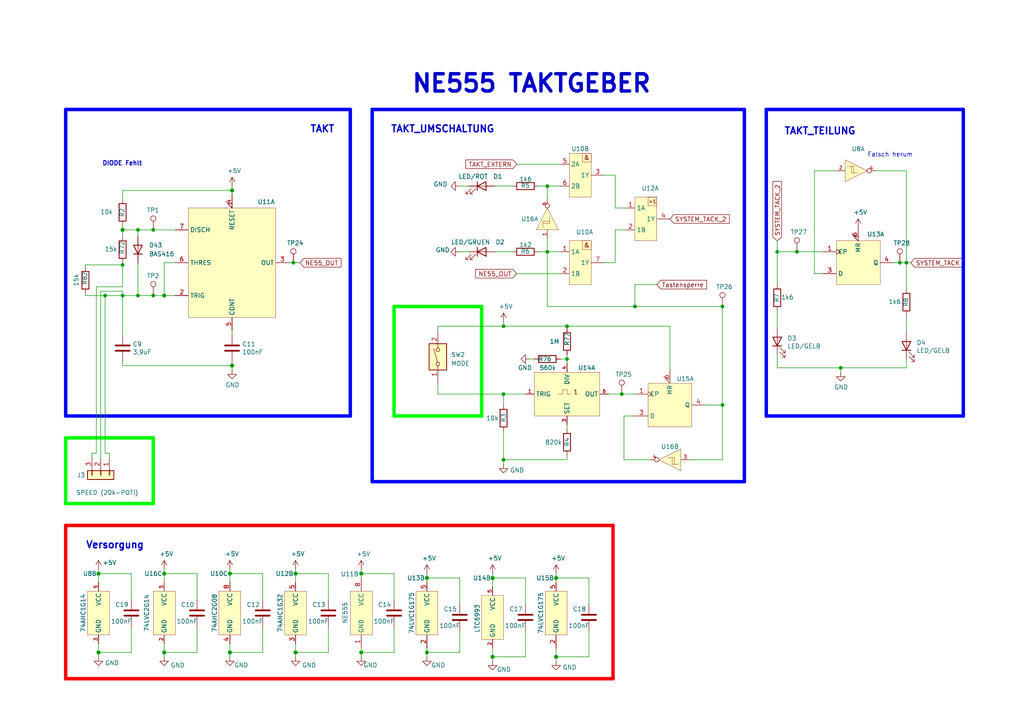
<source format=kicad_sch>
(kicad_sch (version 20210126) (generator eeschema)
  (paper "A4")
  (title_block (title "Kabeltester") (company "BMK Group") (comment 1 "Erstellt: Maximilian Hoffmann") (comment 2 "Geprüft: Robert Schulz"))
  (junction (at 28.575 166.37) (diameter 1.016))
  (junction (at 28.575 189.23) (diameter 1.016))
  (junction (at 30.48 85.725) (diameter 0.9144))
  (junction (at 35.56 66.675) (diameter 1.016))
  (junction (at 35.56 76.835) (diameter 0.9144))
  (junction (at 35.56 85.725) (diameter 0.9144))
  (junction (at 40.005 66.675) (diameter 0.9144))
  (junction (at 40.005 85.725) (diameter 0.9144))
  (junction (at 44.45 66.675) (diameter 0.9144))
  (junction (at 44.45 85.725) (diameter 0.9144))
  (junction (at 47.625 85.725) (diameter 1.016))
  (junction (at 47.625 166.37) (diameter 1.016))
  (junction (at 47.625 189.23) (diameter 1.016))
  (junction (at 66.675 166.37) (diameter 1.016))
  (junction (at 66.675 189.23) (diameter 1.016))
  (junction (at 67.31 55.245) (diameter 1.016))
  (junction (at 67.31 106.045) (diameter 1.016))
  (junction (at 85.09 76.2) (diameter 0.9144))
  (junction (at 85.725 166.37) (diameter 1.016))
  (junction (at 85.725 189.23) (diameter 1.016))
  (junction (at 104.775 166.37) (diameter 1.016))
  (junction (at 104.775 189.23) (diameter 1.016))
  (junction (at 123.825 167.64) (diameter 1.016))
  (junction (at 123.825 189.23) (diameter 0.9144))
  (junction (at 142.875 167.64) (diameter 1.016))
  (junction (at 142.875 190.5) (diameter 1.016))
  (junction (at 146.05 94.615) (diameter 0.9144))
  (junction (at 146.05 114.3) (diameter 0.9144))
  (junction (at 146.05 133.35) (diameter 0.9144))
  (junction (at 158.75 53.975) (diameter 0.9144))
  (junction (at 158.75 73.025) (diameter 0.9144))
  (junction (at 161.29 167.64) (diameter 1.016))
  (junction (at 161.29 190.5) (diameter 1.016))
  (junction (at 164.465 94.615) (diameter 0.9144))
  (junction (at 164.465 104.14) (diameter 0.9144))
  (junction (at 180.34 114.3) (diameter 0.9144))
  (junction (at 184.15 88.9) (diameter 0.9144))
  (junction (at 209.55 88.9) (diameter 0.9144))
  (junction (at 209.55 117.475) (diameter 0.9144))
  (junction (at 225.425 73.025) (diameter 0.9144))
  (junction (at 231.14 73.025) (diameter 0.9144))
  (junction (at 243.84 106.68) (diameter 0.9144))
  (junction (at 260.985 76.2) (diameter 0.9144))
  (junction (at 262.89 76.2) (diameter 0.9144))
  (wire (pts (xy 24.765 76.835) (xy 35.56 76.835)))
  (wire (pts (xy 24.765 77.47) (xy 24.765 76.835)))
  (wire (pts (xy 24.765 85.725) (xy 24.765 85.09)))
  (wire (pts (xy 24.765 85.725) (xy 30.48 85.725)))
  (wire (pts (xy 26.67 131.445) (xy 27.94 131.445)))
  (wire (pts (xy 26.67 132.715) (xy 26.67 131.445)))
  (wire (pts (xy 27.94 83.185) (xy 27.94 131.445)))
  (wire (pts (xy 27.94 83.185) (xy 35.56 83.185)))
  (wire (pts (xy 28.575 165.1) (xy 28.575 166.37)))
  (wire (pts (xy 28.575 166.37) (xy 28.575 168.91)))
  (wire (pts (xy 28.575 186.69) (xy 28.575 189.23)))
  (wire (pts (xy 28.575 189.23) (xy 28.575 190.5)))
  (wire (pts (xy 29.21 84.455) (xy 29.21 132.715)))
  (wire (pts (xy 29.21 84.455) (xy 35.56 84.455)))
  (wire (pts (xy 30.48 85.725) (xy 30.48 131.445)))
  (wire (pts (xy 30.48 85.725) (xy 35.56 85.725)))
  (wire (pts (xy 30.48 131.445) (xy 31.75 131.445)))
  (wire (pts (xy 31.75 131.445) (xy 31.75 132.715)))
  (wire (pts (xy 35.56 55.245) (xy 35.56 57.785)))
  (wire (pts (xy 35.56 55.245) (xy 67.31 55.245)))
  (wire (pts (xy 35.56 65.405) (xy 35.56 66.675)))
  (wire (pts (xy 35.56 66.675) (xy 35.56 68.58)))
  (wire (pts (xy 35.56 66.675) (xy 40.005 66.675)))
  (wire (pts (xy 35.56 76.2) (xy 35.56 76.835)))
  (wire (pts (xy 35.56 76.835) (xy 35.56 83.185)))
  (wire (pts (xy 35.56 84.455) (xy 35.56 85.725)))
  (wire (pts (xy 35.56 85.725) (xy 40.005 85.725)))
  (wire (pts (xy 35.56 97.155) (xy 35.56 85.725)))
  (wire (pts (xy 35.56 104.775) (xy 35.56 106.045)))
  (wire (pts (xy 35.56 106.045) (xy 67.31 106.045)))
  (wire (pts (xy 38.1 166.37) (xy 28.575 166.37)))
  (wire (pts (xy 38.1 173.99) (xy 38.1 166.37)))
  (wire (pts (xy 38.1 181.61) (xy 38.1 189.23)))
  (wire (pts (xy 38.1 189.23) (xy 28.575 189.23)))
  (wire (pts (xy 40.005 66.675) (xy 40.005 68.58)))
  (wire (pts (xy 40.005 66.675) (xy 44.45 66.675)))
  (wire (pts (xy 40.005 76.2) (xy 40.005 85.725)))
  (wire (pts (xy 40.005 85.725) (xy 44.45 85.725)))
  (wire (pts (xy 44.45 66.675) (xy 50.8 66.675)))
  (wire (pts (xy 44.45 85.725) (xy 47.625 85.725)))
  (wire (pts (xy 47.625 76.2) (xy 47.625 85.725)))
  (wire (pts (xy 47.625 85.725) (xy 50.8 85.725)))
  (wire (pts (xy 47.625 165.1) (xy 47.625 166.37)))
  (wire (pts (xy 47.625 166.37) (xy 47.625 168.91)))
  (wire (pts (xy 47.625 186.69) (xy 47.625 189.23)))
  (wire (pts (xy 47.625 189.23) (xy 47.625 190.5)))
  (wire (pts (xy 50.8 76.2) (xy 47.625 76.2)))
  (wire (pts (xy 57.15 166.37) (xy 47.625 166.37)))
  (wire (pts (xy 57.15 173.99) (xy 57.15 166.37)))
  (wire (pts (xy 57.15 181.61) (xy 57.15 189.23)))
  (wire (pts (xy 57.15 189.23) (xy 47.625 189.23)))
  (wire (pts (xy 66.675 165.1) (xy 66.675 166.37)))
  (wire (pts (xy 66.675 166.37) (xy 66.675 168.91)))
  (wire (pts (xy 66.675 186.69) (xy 66.675 189.23)))
  (wire (pts (xy 66.675 189.23) (xy 66.675 190.5)))
  (wire (pts (xy 67.31 53.975) (xy 67.31 55.245)))
  (wire (pts (xy 67.31 55.245) (xy 67.31 56.515)))
  (wire (pts (xy 67.31 95.885) (xy 67.31 97.155)))
  (wire (pts (xy 67.31 104.775) (xy 67.31 106.045)))
  (wire (pts (xy 67.31 106.045) (xy 67.31 107.315)))
  (wire (pts (xy 76.2 166.37) (xy 66.675 166.37)))
  (wire (pts (xy 76.2 173.99) (xy 76.2 166.37)))
  (wire (pts (xy 76.2 181.61) (xy 76.2 189.23)))
  (wire (pts (xy 76.2 189.23) (xy 66.675 189.23)))
  (wire (pts (xy 83.82 76.2) (xy 85.09 76.2)))
  (wire (pts (xy 85.09 76.2) (xy 86.995 76.2)))
  (wire (pts (xy 85.725 165.1) (xy 85.725 166.37)))
  (wire (pts (xy 85.725 166.37) (xy 85.725 168.91)))
  (wire (pts (xy 85.725 186.69) (xy 85.725 189.23)))
  (wire (pts (xy 85.725 189.23) (xy 85.725 190.5)))
  (wire (pts (xy 95.25 166.37) (xy 85.725 166.37)))
  (wire (pts (xy 95.25 173.99) (xy 95.25 166.37)))
  (wire (pts (xy 95.25 181.61) (xy 95.25 189.23)))
  (wire (pts (xy 95.25 189.23) (xy 85.725 189.23)))
  (wire (pts (xy 104.775 165.1) (xy 104.775 166.37)))
  (wire (pts (xy 104.775 166.37) (xy 104.775 167.64)))
  (wire (pts (xy 104.775 187.96) (xy 104.775 189.23)))
  (wire (pts (xy 104.775 189.23) (xy 104.775 190.5)))
  (wire (pts (xy 114.3 166.37) (xy 104.775 166.37)))
  (wire (pts (xy 114.3 173.99) (xy 114.3 166.37)))
  (wire (pts (xy 114.3 181.61) (xy 114.3 189.23)))
  (wire (pts (xy 114.3 189.23) (xy 104.775 189.23)))
  (wire (pts (xy 123.825 166.37) (xy 123.825 167.64)))
  (wire (pts (xy 123.825 167.64) (xy 123.825 168.91)))
  (wire (pts (xy 123.825 187.96) (xy 123.825 189.23)))
  (wire (pts (xy 123.825 189.23) (xy 123.825 190.5)))
  (wire (pts (xy 123.825 189.23) (xy 133.35 189.23)))
  (wire (pts (xy 127 94.615) (xy 146.05 94.615)))
  (wire (pts (xy 127 95.885) (xy 127 94.615)))
  (wire (pts (xy 127 114.3) (xy 127 111.125)))
  (wire (pts (xy 127 114.3) (xy 146.05 114.3)))
  (wire (pts (xy 133.35 167.64) (xy 123.825 167.64)))
  (wire (pts (xy 133.35 175.26) (xy 133.35 167.64)))
  (wire (pts (xy 133.35 182.88) (xy 133.35 189.23)))
  (wire (pts (xy 135.89 53.975) (xy 133.35 53.975)))
  (wire (pts (xy 135.89 73.025) (xy 133.35 73.025)))
  (wire (pts (xy 142.875 166.37) (xy 142.875 167.64)))
  (wire (pts (xy 142.875 167.64) (xy 142.875 170.18)))
  (wire (pts (xy 142.875 187.96) (xy 142.875 190.5)))
  (wire (pts (xy 142.875 190.5) (xy 142.875 191.77)))
  (wire (pts (xy 146.05 93.345) (xy 146.05 94.615)))
  (wire (pts (xy 146.05 94.615) (xy 164.465 94.615)))
  (wire (pts (xy 146.05 114.3) (xy 146.05 117.475)))
  (wire (pts (xy 146.05 114.3) (xy 152.4 114.3)))
  (wire (pts (xy 146.05 133.35) (xy 146.05 125.095)))
  (wire (pts (xy 146.05 133.35) (xy 146.05 134.62)))
  (wire (pts (xy 146.05 133.35) (xy 164.465 133.35)))
  (wire (pts (xy 148.59 53.975) (xy 143.51 53.975)))
  (wire (pts (xy 148.59 73.025) (xy 143.51 73.025)))
  (wire (pts (xy 149.86 47.625) (xy 162.56 47.625)))
  (wire (pts (xy 149.86 79.375) (xy 162.56 79.375)))
  (wire (pts (xy 152.4 167.64) (xy 142.875 167.64)))
  (wire (pts (xy 152.4 175.26) (xy 152.4 167.64)))
  (wire (pts (xy 152.4 182.88) (xy 152.4 190.5)))
  (wire (pts (xy 152.4 190.5) (xy 142.875 190.5)))
  (wire (pts (xy 153.67 104.14) (xy 154.94 104.14)))
  (wire (pts (xy 156.21 53.975) (xy 158.75 53.975)))
  (wire (pts (xy 156.21 73.025) (xy 158.75 73.025)))
  (wire (pts (xy 158.75 53.975) (xy 162.56 53.975)))
  (wire (pts (xy 158.75 57.785) (xy 158.75 53.975)))
  (wire (pts (xy 158.75 69.215) (xy 158.75 73.025)))
  (wire (pts (xy 158.75 73.025) (xy 158.75 88.9)))
  (wire (pts (xy 158.75 73.025) (xy 162.56 73.025)))
  (wire (pts (xy 158.75 88.9) (xy 184.15 88.9)))
  (wire (pts (xy 161.29 166.37) (xy 161.29 167.64)))
  (wire (pts (xy 161.29 167.64) (xy 161.29 168.91)))
  (wire (pts (xy 161.29 187.96) (xy 161.29 190.5)))
  (wire (pts (xy 161.29 190.5) (xy 161.29 191.77)))
  (wire (pts (xy 162.56 104.14) (xy 164.465 104.14)))
  (wire (pts (xy 164.465 94.615) (xy 164.465 95.25)))
  (wire (pts (xy 164.465 94.615) (xy 194.31 94.615)))
  (wire (pts (xy 164.465 102.87) (xy 164.465 104.14)))
  (wire (pts (xy 164.465 104.14) (xy 164.465 105.41)))
  (wire (pts (xy 164.465 123.19) (xy 164.465 124.46)))
  (wire (pts (xy 164.465 132.08) (xy 164.465 133.35)))
  (wire (pts (xy 170.815 167.64) (xy 161.29 167.64)))
  (wire (pts (xy 170.815 175.26) (xy 170.815 167.64)))
  (wire (pts (xy 170.815 182.88) (xy 170.815 190.5)))
  (wire (pts (xy 170.815 190.5) (xy 161.29 190.5)))
  (wire (pts (xy 175.26 50.8) (xy 178.435 50.8)))
  (wire (pts (xy 175.26 76.2) (xy 178.435 76.2)))
  (wire (pts (xy 176.53 114.3) (xy 180.34 114.3)))
  (wire (pts (xy 178.435 50.8) (xy 178.435 60.325)))
  (wire (pts (xy 178.435 60.325) (xy 181.61 60.325)))
  (wire (pts (xy 178.435 66.675) (xy 181.61 66.675)))
  (wire (pts (xy 178.435 76.2) (xy 178.435 66.675)))
  (wire (pts (xy 180.34 114.3) (xy 184.15 114.3)))
  (wire (pts (xy 180.975 120.65) (xy 180.975 133.35)))
  (wire (pts (xy 180.975 133.35) (xy 188.595 133.35)))
  (wire (pts (xy 184.15 82.55) (xy 184.15 88.9)))
  (wire (pts (xy 184.15 82.55) (xy 190.5 82.55)))
  (wire (pts (xy 184.15 88.9) (xy 209.55 88.9)))
  (wire (pts (xy 184.15 120.65) (xy 180.975 120.65)))
  (wire (pts (xy 194.31 107.315) (xy 194.31 94.615)))
  (wire (pts (xy 200.025 133.35) (xy 209.55 133.35)))
  (wire (pts (xy 204.47 117.475) (xy 209.55 117.475)))
  (wire (pts (xy 209.55 88.9) (xy 209.55 117.475)))
  (wire (pts (xy 209.55 133.35) (xy 209.55 117.475)))
  (wire (pts (xy 225.425 69.85) (xy 225.425 73.025)))
  (wire (pts (xy 225.425 73.025) (xy 225.425 82.55)))
  (wire (pts (xy 225.425 73.025) (xy 231.14 73.025)))
  (wire (pts (xy 225.425 90.17) (xy 225.425 95.25)))
  (wire (pts (xy 225.425 102.87) (xy 225.425 106.68)))
  (wire (pts (xy 225.425 106.68) (xy 243.84 106.68)))
  (wire (pts (xy 231.14 73.025) (xy 238.76 73.025)))
  (wire (pts (xy 236.22 49.53) (xy 236.22 79.375)))
  (wire (pts (xy 238.76 79.375) (xy 236.22 79.375)))
  (wire (pts (xy 242.57 49.53) (xy 236.22 49.53)))
  (wire (pts (xy 243.84 106.68) (xy 243.84 107.95)))
  (wire (pts (xy 243.84 106.68) (xy 262.89 106.68)))
  (wire (pts (xy 254 49.53) (xy 262.89 49.53)))
  (wire (pts (xy 259.08 76.2) (xy 260.985 76.2)))
  (wire (pts (xy 260.985 76.2) (xy 262.89 76.2)))
  (wire (pts (xy 262.89 49.53) (xy 262.89 76.2)))
  (wire (pts (xy 262.89 76.2) (xy 262.89 83.82)))
  (wire (pts (xy 262.89 76.2) (xy 264.16 76.2)))
  (wire (pts (xy 262.89 91.44) (xy 262.89 96.52)))
  (wire (pts (xy 262.89 106.68) (xy 262.89 104.14)))
  (polyline (pts (xy 19.05 31.75) (xy 19.05 120.65)) (stroke (width 1) (type solid) (color 0 0 255 1)))
  (polyline (pts (xy 19.05 31.75) (xy 101.6 31.75)) (stroke (width 1) (type solid) (color 0 0 255 1)))
  (polyline (pts (xy 19.05 120.65) (xy 101.6 120.65)) (stroke (width 1) (type solid) (color 0 0 255 1)))
  (polyline (pts (xy 19.05 127) (xy 19.05 146.05)) (stroke (width 1) (type solid) (color 0 255 0 1)))
  (polyline (pts (xy 19.05 127) (xy 44.45 127)) (stroke (width 1) (type solid) (color 0 255 0 1)))
  (polyline (pts (xy 19.05 152.4) (xy 19.05 196.85)) (stroke (width 1) (type solid) (color 255 0 0 1)))
  (polyline (pts (xy 19.05 152.4) (xy 177.8 152.4)) (stroke (width 1) (type solid) (color 255 0 0 1)))
  (polyline (pts (xy 44.45 127) (xy 44.45 146.05)) (stroke (width 1) (type solid) (color 0 255 0 1)))
  (polyline (pts (xy 44.45 146.05) (xy 19.05 146.05)) (stroke (width 1) (type solid) (color 0 255 0 1)))
  (polyline (pts (xy 101.6 31.75) (xy 101.6 120.65)) (stroke (width 1) (type solid) (color 0 0 255 1)))
  (polyline (pts (xy 107.95 31.75) (xy 107.95 139.7)) (stroke (width 1) (type solid) (color 0 0 255 1)))
  (polyline (pts (xy 107.95 31.75) (xy 215.9 31.75)) (stroke (width 1) (type solid) (color 0 0 255 1)))
  (polyline (pts (xy 107.95 139.7) (xy 215.9 139.7)) (stroke (width 1) (type solid) (color 0 0 255 1)))
  (polyline (pts (xy 114.3 88.9) (xy 120.65 88.9)) (stroke (width 1) (type solid) (color 0 255 0 1)))
  (polyline (pts (xy 114.3 120.65) (xy 114.3 88.9)) (stroke (width 1) (type solid) (color 0 255 0 1)))
  (polyline (pts (xy 114.3 120.65) (xy 139.7 120.65)) (stroke (width 1) (type solid) (color 0 255 0 1)))
  (polyline (pts (xy 120.65 88.9) (xy 139.7 88.9)) (stroke (width 1) (type solid) (color 0 255 0 1)))
  (polyline (pts (xy 139.7 88.9) (xy 139.7 120.65)) (stroke (width 1) (type solid) (color 0 255 0 1)))
  (polyline (pts (xy 177.8 152.4) (xy 177.8 196.85)) (stroke (width 1) (type solid) (color 255 0 0 1)))
  (polyline (pts (xy 177.8 196.85) (xy 19.05 196.85)) (stroke (width 1) (type solid) (color 255 0 0 1)))
  (polyline (pts (xy 215.9 31.75) (xy 215.9 139.7)) (stroke (width 1) (type solid) (color 0 0 255 1)))
  (polyline (pts (xy 222.25 31.75) (xy 222.25 120.65)) (stroke (width 1) (type solid) (color 0 0 255 1)))
  (polyline (pts (xy 222.25 31.75) (xy 279.4 31.75)) (stroke (width 1) (type solid) (color 0 0 255 1)))
  (polyline (pts (xy 222.25 120.65) (xy 279.4 120.65)) (stroke (width 1) (type solid) (color 0 0 255 1)))
  (polyline (pts (xy 279.4 31.75) (xy 279.4 120.65)) (stroke (width 1) (type solid) (color 0 0 255 1)))
  (text "DIODE Fehlt\n" (at 41.275 48.26 180) (effects (font (size 1.27 1.27) (thickness 0.254) bold) (justify right bottom)))
  (text "Versorgung" (at 41.91 159.385 180) (effects (font (size 2 2) (thickness 0.4) bold) (justify right bottom)))
  (text "TAKT\n" (at 97.155 38.735 180) (effects (font (size 2 2) (thickness 0.4) bold) (justify right bottom)))
  (text "TAKT_UMSCHALTUNG\n" (at 143.51 38.735 180) (effects (font (size 2 2) (thickness 0.4) bold) (justify right bottom)))
  (text "NE555 TAKTGEBER\n" (at 189.23 27.305 180) (effects (font (size 5 5) (thickness 1) bold) (justify right bottom)))
  (text "TAKT_TEILUNG\n\n" (at 248.285 42.545 180) (effects (font (size 2 2) (thickness 0.4) bold) (justify right bottom)))
  (text "Falsch herum\n" (at 264.795 45.72 180) (effects (font (size 1.27 1.27)) (justify right bottom)))
  (global_label "NE55_OUT" (shape input) (at 86.995 76.2 0) (property "Intersheet References" "${INTERSHEET_REFS}" (effects hide)))
  (global_label "TAKT_EXTERN" (shape input) (at 149.86 47.625 180) (property "Intersheet References" "${INTERSHEET_REFS}" (effects hide)))
  (global_label "NE55_OUT" (shape input) (at 149.86 79.375 180) (property "Intersheet References" "${INTERSHEET_REFS}" (effects hide)))
  (global_label "Tastensperre" (shape input) (at 190.5 82.55 0) (property "Intersheet References" "${INTERSHEET_REFS}" (effects hide)))
  (global_label "SYSTEM_TACK_2" (shape input) (at 194.31 63.5 0) (property "Intersheet References" "${INTERSHEET_REFS}" (effects hide)))
  (global_label "SYSTEM_TACK_2" (shape input) (at 225.425 69.85 90) (property "Intersheet References" "${INTERSHEET_REFS}" (effects hide)))
  (global_label "SYSTEM_TACK" (shape input) (at 264.16 76.2 0) (property "Intersheet References" "${INTERSHEET_REFS}" (effects hide)))
  (symbol (lib_id "Connector:TestPoint") (at 44.45 66.675 0) (unit 1)
    (property "Reference" "TP1" (at 42.545 60.96 0) (effects (justify left)))
    (property "Value" "TestPoint" (effects hide))
    (property "Footprint" "TestPoint:TestPoint_Pad_D1.0mm" (effects hide))
    (property "BMK-Nr" "-" (effects hide))
    (property "Mouser" "-" (effects hide))
  )
  (symbol (lib_id "Connector:TestPoint") (at 44.45 85.725 0) (unit 1)
    (property "Reference" "TP2" (at 42.545 80.01 0) (effects (justify left)))
    (property "Value" "TestPoint" (effects hide))
    (property "Footprint" "TestPoint:TestPoint_Pad_D1.0mm" (effects hide))
    (property "BMK-Nr" "-" (effects hide))
    (property "Mouser" "-" (effects hide))
  )
  (symbol (lib_id "Connector:TestPoint") (at 85.09 76.2 0) (unit 1)
    (property "Reference" "TP24" (at 83.185 70.485 0) (effects (justify left)))
    (property "Value" "TestPoint" (effects hide))
    (property "Footprint" "TestPoint:TestPoint_Pad_D1.0mm" (effects hide))
    (property "BMK-Nr" "-" (effects hide))
    (property "Mouser" "-" (effects hide))
  )
  (symbol (lib_id "Connector:TestPoint") (at 180.34 114.3 0) (unit 1)
    (property "Reference" "TP25" (at 178.435 108.585 0) (effects (justify left)))
    (property "Value" "TestPoint" (effects hide))
    (property "Footprint" "TestPoint:TestPoint_Pad_D1.0mm" (effects hide))
    (property "BMK-Nr" "-" (effects hide))
    (property "Mouser" "-" (effects hide))
  )
  (symbol (lib_id "Connector:TestPoint") (at 209.55 88.9 0) (unit 1)
    (property "Reference" "TP26" (at 207.645 83.185 0) (effects (justify left)))
    (property "Value" "TestPoint" (effects hide))
    (property "Footprint" "TestPoint:TestPoint_Pad_D1.0mm" (effects hide))
    (property "BMK-Nr" "-" (effects hide))
    (property "Mouser" "-" (effects hide))
  )
  (symbol (lib_id "Connector:TestPoint") (at 231.14 73.025 0) (unit 1)
    (property "Reference" "TP27" (at 229.235 67.31 0) (effects (justify left)))
    (property "Value" "TestPoint" (effects hide))
    (property "Footprint" "TestPoint:TestPoint_Pad_D1.0mm" (effects hide))
    (property "BMK-Nr" "-" (effects hide))
    (property "Mouser" "-" (effects hide))
  )
  (symbol (lib_id "Connector:TestPoint") (at 260.985 76.2 0) (unit 1)
    (property "Reference" "TP28" (at 259.08 70.485 0) (effects (justify left)))
    (property "Value" "TestPoint" (effects hide))
    (property "Footprint" "TestPoint:TestPoint_Pad_D1.0mm" (effects hide))
    (property "BMK-Nr" "-" (effects hide))
    (property "Mouser" "-" (effects hide))
  )
  (symbol (lib_id "power:+5V") (at 28.575 165.1 0) (unit 1)
    (property "Reference" "#PWR049" (effects hide))
    (property "Value" "+5V" (at 31.75 163.195 0))
  )
  (symbol (lib_id "power:+5V") (at 47.625 165.1 0) (unit 1)
    (property "Reference" "#PWR027" (effects hide))
    (property "Value" "+5V" (at 48.26 160.655 0))
  )
  (symbol (lib_id "power:+5V") (at 66.675 165.1 0) (unit 1)
    (property "Reference" "#PWR029" (effects hide))
    (property "Value" "+5V" (at 67.31 160.655 0))
  )
  (symbol (lib_id "power:+5V") (at 67.31 53.975 0) (unit 1)
    (property "Reference" "#PWR031" (effects hide))
    (property "Value" "+5V" (at 67.945 49.53 0))
  )
  (symbol (lib_id "power:+5V") (at 85.725 165.1 0) (unit 1)
    (property "Reference" "#PWR033" (effects hide))
    (property "Value" "+5V" (at 86.36 160.655 0))
  )
  (symbol (lib_id "power:+5V") (at 104.775 165.1 0) (unit 1)
    (property "Reference" "#PWR035" (effects hide))
    (property "Value" "+5V" (at 105.41 160.655 0))
  )
  (symbol (lib_id "power:+5V") (at 123.825 166.37 0) (unit 1)
    (property "Reference" "#PWR039" (effects hide))
    (property "Value" "+5V" (at 124.46 161.925 0))
  )
  (symbol (lib_id "power:+5V") (at 142.875 166.37 0) (unit 1)
    (property "Reference" "#PWR043" (effects hide))
    (property "Value" "+5V" (at 143.51 161.925 0))
  )
  (symbol (lib_id "power:+5V") (at 146.05 93.345 0) (unit 1)
    (property "Reference" "#PWR037" (effects hide))
    (property "Value" "+5V" (at 146.685 88.9 0))
  )
  (symbol (lib_id "power:+5V") (at 161.29 166.37 0) (unit 1)
    (property "Reference" "#PWR045" (effects hide))
    (property "Value" "+5V" (at 161.925 161.925 0))
  )
  (symbol (lib_id "power:+5V") (at 248.92 66.04 0) (unit 1)
    (property "Reference" "#PWR048" (effects hide))
    (property "Value" "+5V" (at 249.555 61.595 0))
  )
  (symbol (lib_id "power:GND") (at 28.575 190.5 0) (unit 1)
    (property "Reference" "#PWR050" (effects hide))
    (property "Value" "GND" (at 32.4993 192.2844 0))
  )
  (symbol (lib_id "power:GND") (at 47.625 190.5 0) (unit 1)
    (property "Reference" "#PWR028" (effects hide))
    (property "Value" "GND" (at 51.5493 192.9194 0))
  )
  (symbol (lib_id "power:GND") (at 66.675 190.5 0) (unit 1)
    (property "Reference" "#PWR030" (effects hide))
    (property "Value" "GND" (at 69.9643 192.9194 0))
  )
  (symbol (lib_id "power:GND") (at 67.31 107.315 0) (unit 1)
    (property "Reference" "#PWR032" (effects hide))
    (property "Value" "GND" (at 67.4243 111.6394 0))
  )
  (symbol (lib_id "power:GND") (at 85.725 190.5 0) (unit 1)
    (property "Reference" "#PWR034" (effects hide))
    (property "Value" "GND" (at 89.6493 192.9194 0))
  )
  (symbol (lib_id "power:GND") (at 104.775 190.5 0) (unit 1)
    (property "Reference" "#PWR036" (effects hide))
    (property "Value" "GND" (at 107.4293 192.9194 0))
  )
  (symbol (lib_id "power:GND") (at 123.825 190.5 0) (unit 1)
    (property "Reference" "#PWR040" (effects hide))
    (property "Value" "GND" (at 127.1143 192.9194 0))
  )
  (symbol (lib_id "power:GND") (at 133.35 53.975 270) (unit 1)
    (property "Reference" "#PWR041" (effects hide))
    (property "Value" "GND" (at 127.7556 53.4543 90))
  )
  (symbol (lib_id "power:GND") (at 133.35 73.025 270) (unit 1)
    (property "Reference" "#PWR042" (effects hide))
    (property "Value" "GND" (at 128.3906 72.5043 90))
  )
  (symbol (lib_id "power:GND") (at 142.875 191.77 0) (unit 1)
    (property "Reference" "#PWR044" (effects hide))
    (property "Value" "GND" (at 146.1643 194.1894 0))
  )
  (symbol (lib_id "power:GND") (at 146.05 134.62 0) (unit 1)
    (property "Reference" "#PWR038" (effects hide))
    (property "Value" "GND" (at 149.9743 136.4044 0))
  )
  (symbol (lib_id "power:GND") (at 153.67 104.14 270) (unit 1)
    (property "Reference" "#PWR0144" (effects hide))
    (property "Value" "GND" (at 154.305 106.68 90) (effects (justify right)))
  )
  (symbol (lib_id "power:GND") (at 161.29 191.77 0) (unit 1)
    (property "Reference" "#PWR046" (effects hide))
    (property "Value" "GND" (at 165.2143 193.5544 0))
  )
  (symbol (lib_id "power:GND") (at 243.84 107.95 0) (unit 1)
    (property "Reference" "#PWR047" (effects hide))
    (property "Value" "GND" (at 243.9543 112.2744 0))
  )
  (symbol (lib_name "Device:R_7") (lib_id "Device:R") (at 24.765 81.28 0) (unit 1)
    (property "Reference" "R82" (at 24.6381 82.6706 90) (effects (justify left)))
    (property "Value" "15k" (at 22.098 83.064 90) (effects (justify left)))
    (property "Footprint" "Resistor_SMD:R_0603_1608Metric_Pad0.98x0.95mm_HandSolder" (effects hide))
    (property "BMK-Nr" "BS" (effects hide))
    (property "Mouser" "-" (effects hide))
  )
  (symbol (lib_name "Device:R_1") (lib_id "Device:R") (at 35.56 61.595 0) (unit 1)
    (property "Reference" "R2" (at 35.4331 62.9856 90) (effects (justify left)))
    (property "Value" "10k" (at 29.083 61.474 0) (effects (justify left)))
    (property "Footprint" "Resistor_SMD:R_0603_1608Metric_Pad0.98x0.95mm_HandSolder" (effects hide))
    (property "BMK-Nr" "BS" (effects hide))
    (property "Mouser" "-" (effects hide))
  )
  (symbol (lib_name "Device:R_7") (lib_id "Device:R") (at 35.56 72.39 0) (unit 1)
    (property "Reference" "R72" (at 35.4331 73.7806 90) (effects (justify left)))
    (property "Value" "15k" (at 30.353 72.269 0) (effects (justify left)))
    (property "Footprint" "Resistor_SMD:R_0603_1608Metric_Pad0.98x0.95mm_HandSolder" (effects hide))
    (property "BMK-Nr" "BS" (effects hide))
    (property "Mouser" "-" (effects hide))
  )
  (symbol (lib_name "Device:R_8") (lib_id "Device:R") (at 146.05 121.285 0) (unit 1)
    (property "Reference" "R3" (at 146.05 122.555 90) (effects (justify left)))
    (property "Value" "10k" (at 140.97 121.285 0) (effects (justify left)))
    (property "Footprint" "Resistor_SMD:R_0603_1608Metric_Pad0.98x0.95mm_HandSolder" (effects hide))
    (property "BMK-Nr" "BS" (effects hide))
    (property "Mouser" "-" (effects hide))
  )
  (symbol (lib_name "Device:R_2") (lib_id "Device:R") (at 152.4 53.975 270) (unit 1)
    (property "Reference" "R5" (at 151.0094 53.8481 90) (effects (justify left)))
    (property "Value" "1k6" (at 150.616 51.943 90) (effects (justify left)))
    (property "Footprint" "Resistor_SMD:R_0603_1608Metric_Pad0.98x0.95mm_HandSolder" (effects hide))
    (property "BMK-Nr" "BS" (effects hide))
    (property "Mouser" "-" (effects hide))
  )
  (symbol (lib_name "Device:R_3") (lib_id "Device:R") (at 152.4 73.025 270) (unit 1)
    (property "Reference" "R6" (at 151.0094 72.8981 90) (effects (justify left)))
    (property "Value" "1k2" (at 150.616 70.993 90) (effects (justify left)))
    (property "Footprint" "Resistor_SMD:R_0603_1608Metric_Pad0.98x0.95mm_HandSolder" (effects hide))
    (property "BMK-Nr" "BS" (effects hide))
    (property "Mouser" "-" (effects hide))
  )
  (symbol (lib_name "Device:R_9") (lib_id "Device:R") (at 158.75 104.14 90) (unit 1)
    (property "Reference" "R76" (at 160.02 104.14 90) (effects (justify left)))
    (property "Value" "560k" (at 161.29 106.68 90) (effects (justify left)))
    (property "Footprint" "Resistor_SMD:R_0603_1608Metric_Pad0.98x0.95mm_HandSolder" (effects hide))
    (property "BMK-Nr" "BS" (effects hide))
    (property "Mouser" "-" (effects hide))
  )
  (symbol (lib_name "Device:R_5") (lib_id "Device:R") (at 164.465 99.06 0) (unit 1)
    (property "Reference" "R77" (at 164.465 100.33 90) (effects (justify left)))
    (property "Value" "1M" (at 159.385 99.06 0) (effects (justify left)))
    (property "Footprint" "Resistor_SMD:R_0603_1608Metric_Pad0.98x0.95mm_HandSolder" (effects hide))
    (property "BMK-Nr" "BS" (effects hide))
    (property "Mouser" "-" (effects hide))
  )
  (symbol (lib_name "Device:R_4") (lib_id "Device:R") (at 164.465 128.27 0) (unit 1)
    (property "Reference" "R4" (at 164.465 129.54 90) (effects (justify left)))
    (property "Value" "820k" (at 158.115 128.27 0) (effects (justify left)))
    (property "Footprint" "Resistor_SMD:R_0603_1608Metric_Pad0.98x0.95mm_HandSolder" (effects hide))
    (property "BMK-Nr" "BS" (effects hide))
    (property "Mouser" "-" (effects hide))
  )
  (symbol (lib_name "Device:R_6") (lib_id "Device:R") (at 225.425 86.36 0) (unit 1)
    (property "Reference" "R7" (at 225.2981 87.7506 90) (effects (justify left)))
    (property "Value" "1k6" (at 226.568 86.239 0) (effects (justify left)))
    (property "Footprint" "Resistor_SMD:R_0603_1608Metric_Pad0.98x0.95mm_HandSolder" (effects hide))
    (property "BMK-Nr" "BS" (effects hide))
    (property "Mouser" "-" (effects hide))
  )
  (symbol (lib_id "Device:R") (at 262.89 87.63 0) (unit 1)
    (property "Reference" "R8" (at 262.7631 89.0206 90) (effects (justify left)))
    (property "Value" "1k6" (at 257.683 87.509 0) (effects (justify left)))
    (property "Footprint" "Resistor_SMD:R_0603_1608Metric_Pad0.98x0.95mm_HandSolder" (effects hide))
    (property "BMK-Nr" "BS" (effects hide))
    (property "Mouser" "-" (effects hide))
  )
  (symbol (lib_id "Device:D") (at 40.005 72.39 90) (unit 1)
    (property "Reference" "D43" (at 43.18 71.12 90) (effects (justify right)))
    (property "Value" "BAS416" (at 43.18 73.66 90) (effects (justify right)))
    (property "Footprint" "Diode_SMD:D_0805_2012Metric_Pad1.15x1.40mm_HandSolder" (effects hide))
    (property "BMK-Nr" "08-5493" (effects hide))
  )
  (symbol (lib_id "Device:LED") (at 139.7 53.975 0) (unit 1)
    (property "Reference" "D1" (at 145.7389 51.1811 0) (effects (justify right)))
    (property "Value" "LED/ROT" (at 141.535 51.181 0) (effects (justify right)))
    (property "Footprint" "LED_SMD:LED_0603_1608Metric_Pad1.05x0.95mm_HandSolder" (effects hide))
    (property "BMK-Nr" "08-8617" (effects hide))
    (property "Mouser" "604-APT1608LSECKJ3RV" (effects hide))
  )
  (symbol (lib_id "Device:LED") (at 139.7 73.025 0) (unit 1)
    (property "Reference" "D2" (at 146.3739 70.2311 0) (effects (justify right)))
    (property "Value" "LED/GRUEN" (at 142.17 70.231 0) (effects (justify right)))
    (property "Footprint" "LED_SMD:LED_0603_1608Metric_Pad1.05x0.95mm_HandSolder" (effects hide))
    (property "BMK-Nr" "08-8620" (effects hide))
    (property "Mouser" "604-APT1608LZGCK" (effects hide))
  )
  (symbol (lib_id "Device:LED") (at 225.425 99.06 90) (unit 1)
    (property "Reference" "D3" (at 228.3461 98.1011 90) (effects (justify right)))
    (property "Value" "LED/GELB" (at 228.346 100.4 90) (effects (justify right)))
    (property "Footprint" "LED_SMD:LED_0603_1608Metric_Pad1.05x0.95mm_HandSolder" (effects hide))
    (property "BMK-Nr" "08-8619" (effects hide))
    (property "Mouser" "604-APT1608LSYCKJ3RV" (effects hide))
  )
  (symbol (lib_id "Device:LED") (at 262.89 100.33 90) (unit 1)
    (property "Reference" "D4" (at 265.8111 99.3711 90) (effects (justify right)))
    (property "Value" "LED/GELB" (at 265.811 101.67 90) (effects (justify right)))
    (property "Footprint" "LED_SMD:LED_0603_1608Metric_Pad1.05x0.95mm_HandSolder" (effects hide))
    (property "BMK-Nr" "08-8619" (effects hide))
    (property "Mouser" "604-APT1608LSYCKJ3RV" (effects hide))
  )
  (symbol (lib_name "Device:C_8") (lib_id "Device:C") (at 35.56 100.965 0) (unit 1)
    (property "Reference" "C9" (at 38.4811 99.8156 0) (effects (justify left)))
    (property "Value" "3,9uF" (at 38.481 102.114 0) (effects (justify left)))
    (property "Footprint" "Capacitor_SMD:C_0805_2012Metric_Pad1.18x1.45mm_HandSolder" (effects hide))
    (property "BMK-Nr" "BS" (effects hide))
  )
  (symbol (lib_name "Device:C_10") (lib_id "Device:C") (at 38.1 177.8 0) (unit 1)
    (property "Reference" "C19" (at 33.4011 175.3806 0) (effects (justify left)))
    (property "Value" "100nF" (at 32.131 180.219 0) (effects (justify left)))
    (property "Footprint" "Capacitor_SMD:C_0603_1608Metric_Pad1.08x0.95mm_HandSolder" (effects hide))
    (property "BMK-Nr" "BS" (effects hide))
  )
  (symbol (lib_name "Device:C_3") (lib_id "Device:C") (at 57.15 177.8 0) (unit 1)
    (property "Reference" "C10" (at 52.4511 175.3806 0) (effects (justify left)))
    (property "Value" "100nF" (at 51.181 180.219 0) (effects (justify left)))
    (property "Footprint" "Capacitor_SMD:C_0603_1608Metric_Pad1.08x0.95mm_HandSolder" (effects hide))
    (property "BMK-Nr" "BS" (effects hide))
  )
  (symbol (lib_name "Device:C_1") (lib_id "Device:C") (at 67.31 100.965 0) (unit 1)
    (property "Reference" "C11" (at 70.2311 99.8156 0) (effects (justify left)))
    (property "Value" "100nF" (at 70.231 102.114 0) (effects (justify left)))
    (property "Footprint" "Capacitor_SMD:C_0603_1608Metric_Pad1.08x0.95mm_HandSolder" (effects hide))
    (property "BMK-Nr" "BS" (effects hide))
  )
  (symbol (lib_name "Device:C_6") (lib_id "Device:C") (at 76.2 177.8 0) (unit 1)
    (property "Reference" "C12" (at 71.5011 175.3806 0) (effects (justify left)))
    (property "Value" "100nF" (at 70.231 180.219 0) (effects (justify left)))
    (property "Footprint" "Capacitor_SMD:C_0603_1608Metric_Pad1.08x0.95mm_HandSolder" (effects hide))
    (property "BMK-Nr" "BS" (effects hide))
  )
  (symbol (lib_name "Device:C_4") (lib_id "Device:C") (at 95.25 177.8 0) (unit 1)
    (property "Reference" "C13" (at 90.5511 175.3806 0) (effects (justify left)))
    (property "Value" "100nF" (at 89.281 180.219 0) (effects (justify left)))
    (property "Footprint" "Capacitor_SMD:C_0603_1608Metric_Pad1.08x0.95mm_HandSolder" (effects hide))
    (property "BMK-Nr" "BS" (effects hide))
  )
  (symbol (lib_name "Device:C_5") (lib_id "Device:C") (at 114.3 177.8 0) (unit 1)
    (property "Reference" "C14" (at 109.6011 175.3806 0) (effects (justify left)))
    (property "Value" "100nF" (at 108.331 180.219 0) (effects (justify left)))
    (property "Footprint" "Capacitor_SMD:C_0603_1608Metric_Pad1.08x0.95mm_HandSolder" (effects hide))
    (property "BMK-Nr" "BS" (effects hide))
  )
  (symbol (lib_name "Device:C_2") (lib_id "Device:C") (at 133.35 179.07 0) (unit 1)
    (property "Reference" "C15" (at 128.6511 176.6506 0) (effects (justify left)))
    (property "Value" "100nF" (at 127.381 181.489 0) (effects (justify left)))
    (property "Footprint" "Capacitor_SMD:C_0603_1608Metric_Pad1.08x0.95mm_HandSolder" (effects hide))
    (property "BMK-Nr" "BS" (effects hide))
  )
  (symbol (lib_id "Device:C") (at 152.4 179.07 0) (unit 1)
    (property "Reference" "C17" (at 147.7011 176.6506 0) (effects (justify left)))
    (property "Value" "100nF" (at 146.431 181.489 0) (effects (justify left)))
    (property "Footprint" "Capacitor_SMD:C_0603_1608Metric_Pad1.08x0.95mm_HandSolder" (effects hide))
    (property "BMK-Nr" "BS" (effects hide))
  )
  (symbol (lib_name "Device:C_11") (lib_id "Device:C") (at 170.815 179.07 0) (unit 1)
    (property "Reference" "C18" (at 166.1161 176.6506 0) (effects (justify left)))
    (property "Value" "100nF" (at 164.846 181.489 0) (effects (justify left)))
    (property "Footprint" "Capacitor_SMD:C_0603_1608Metric_Pad1.08x0.95mm_HandSolder" (effects hide))
    (property "BMK-Nr" "BS" (effects hide))
  )
  (symbol (lib_id "Connector_Generic:Conn_01x03") (at 29.21 137.795 270) (unit 1)
    (property "Reference" "J3" (at 23.495 137.795 90))
    (property "Value" "SPEED (20k-POTI)" (at 31.115 142.875 90))
    (property "Footprint" "Potentiometer_THT:Potentiometer_ACP_CA6-H2,5_Horizontal" (effects hide))
  )
  (symbol (lib_id "Kabeltester:74LVC2G14") (at 158.75 63.5 90) (unit 1)
    (property "Reference" "U16" (at 151.13 63.5 90) (effects (justify right)))
    (property "Value" "74LVC2G14" (effects hide))
    (property "Footprint" "Package_TO_SOT_SMD:SOT-23-6_Handsoldering" (effects hide))
    (property "Datasheet" "https://www.mouser.de/datasheet/2/916/74LVC2G14_Q100-1319707.pdf" (effects hide))
    (property "BMK-Nr" "06-1410" (effects hide))
    (property "Mouser" "771-74LVC2G14GVQ100H" (effects hide))
  )
  (symbol (lib_id "Kabeltester:74LVC2G14") (at 194.31 133.35 180) (unit 2)
    (property "Reference" "U16" (at 194.31 129.54 0))
    (property "Value" "74LVC2G14" (effects hide))
    (property "Footprint" "Package_TO_SOT_SMD:SOT-23-6_Handsoldering" (effects hide))
    (property "Datasheet" "https://www.mouser.de/datasheet/2/916/74LVC2G14_Q100-1319707.pdf" (effects hide))
    (property "BMK-Nr" "06-1410" (effects hide))
    (property "Mouser" "771-74LVC2G14GVQ100H" (effects hide))
  )
  (symbol (lib_id "Kabeltester:74AHC1G14") (at 247.65 49.53 0) (unit 1)
    (property "Reference" "U8" (at 248.92 43.18 0))
    (property "Value" "74AHC1G14" (effects hide))
    (property "Footprint" "Package_TO_SOT_SMD:SOT-353_SC-70-5_Handsoldering" (effects hide))
    (property "Datasheet" "https://www.diodes.com/assets/Datasheets/74AHC1G14.pdf" (effects hide))
    (property "BMK-Nr" "06-0624" (effects hide))
    (property "Mouser" "771-74AHC1G14GW-G" (effects hide))
  )
  (symbol (lib_id "Switch:SW_DIP_x01") (at 127 103.505 90) (unit 1)
    (property "Reference" "SW2" (at 130.81 102.87 90) (effects (justify right)))
    (property "Value" "MODE" (at 130.81 105.41 90) (effects (justify right)))
    (property "Footprint" "Button_Switch_SMD:SW_Push_1P1T_NO_6x6mm_H9.5mm" (effects hide))
    (property "BMK-Nr" "25-1170" (effects hide))
    (property "Mouser" "-" (effects hide))
  )
  (symbol (lib_id "Kabeltester:74AHC1G14") (at 28.575 177.8 0) (unit 2)
    (property "Reference" "U8" (at 26.035 166.37 0))
    (property "Value" "74AHC1G14" (at 24.13 177.8 90))
    (property "Footprint" "Package_TO_SOT_SMD:SOT-353_SC-70-5_Handsoldering" (effects hide))
    (property "Datasheet" "https://www.diodes.com/assets/Datasheets/74AHC1G14.pdf" (effects hide))
    (property "BMK-Nr" "06-0624" (effects hide))
    (property "Mouser" "771-74AHC1G14GW-G" (effects hide))
  )
  (symbol (lib_id "Kabeltester:74LVC2G14") (at 47.625 177.8 0) (unit 3)
    (property "Reference" "U16" (at 44.45 166.37 0))
    (property "Value" "74LVC2G14" (at 42.545 177.8 90))
    (property "Footprint" "Package_TO_SOT_SMD:SOT-23-6_Handsoldering" (effects hide))
    (property "Datasheet" "https://www.mouser.de/datasheet/2/916/74LVC2G14_Q100-1319707.pdf" (effects hide))
    (property "BMK-Nr" "06-1410" (effects hide))
    (property "Mouser" "771-74LVC2G14GVQ100H" (effects hide))
  )
  (symbol (lib_id "Kabeltester:74AHC2G08") (at 66.675 177.8 0) (unit 3)
    (property "Reference" "U10" (at 63.5 166.37 0))
    (property "Value" "74AHC2G08" (at 62.23 177.8 90))
    (property "Footprint" "Package_SO:VSSOP-8_2.4x2.1mm_P0.5mm" (effects hide))
    (property "Datasheet" "https://www.mouser.de/datasheet/2/916/74AHC_AHCT2G08-1318688.pdf" (effects hide))
    (property "BMK-Nr" "06-0948-1" (effects hide))
    (property "Mouser" "771-AHC2G08DC125" (effects hide))
  )
  (symbol (lib_id "Kabeltester:74AHC1G32") (at 85.725 177.8 0) (unit 2)
    (property "Reference" "U12" (at 82.55 166.37 0))
    (property "Value" "74AHC1G32" (at 81.28 177.8 90))
    (property "Footprint" "Package_TO_SOT_SMD:SOT-23-5_HandSoldering" (effects hide))
    (property "Datasheet" "https://www.mouser.de/datasheet/2/916/74AHC_AHCT1G32-1318882.pdf" (effects hide))
    (property "BMK-Nr" "06-0631" (effects hide))
    (property "Mouser" "771-74AHC1G32GW-G" (effects hide))
  )
  (symbol (lib_id "Kabeltester:LTC6993") (at 142.875 179.07 0) (unit 2)
    (property "Reference" "U14" (at 137.16 167.64 0) (effects (justify left)))
    (property "Value" "LTC6993" (at 138.43 183.515 90) (effects (justify left)))
    (property "Footprint" "Package_TO_SOT_SMD:SOT-23-6_Handsoldering" (effects hide))
    (property "Datasheet" "https://www.mouser.de/datasheet/2/609/LTC6993_6993_1_6993_2_6993_3_6993_4-1270601.pdf" (effects hide))
    (property "BMK-Nr" "06-6636" (effects hide))
    (property "Mouser" "584-C6993CS6-2TRMPBF" (effects hide))
  )
  (symbol (lib_id "Kabeltester:74LVC1G175") (at 123.825 177.8 0) (mirror y) (unit 2)
    (property "Reference" "U13" (at 120.65 167.64 0))
    (property "Value" "74LVC1G175" (at 119.38 177.8 90))
    (property "Footprint" "Package_TO_SOT_SMD:SOT-363_SC-70-6_Handsoldering" (effects hide))
    (property "Datasheet" "https://www.mouser.de/datasheet/2/916/74LVC1G175_Q100-1598232.pdf" (effects hide))
    (property "BMK-Nr" "06-1146" (effects hide))
    (property "Mouser" "771-74LVC1G175GW-G" (effects hide))
  )
  (symbol (lib_name "Kabeltester:74LVC1G175_1") (lib_id "Kabeltester:74LVC1G175") (at 161.29 177.8 0) (unit 2)
    (property "Reference" "U15" (at 158.115 167.64 0))
    (property "Value" "74LVC1G175" (at 156.845 177.8 90))
    (property "Footprint" "Package_TO_SOT_SMD:SOT-363_SC-70-6_Handsoldering" (effects hide))
    (property "Datasheet" "https://www.mouser.de/datasheet/2/916/74LVC1G175_Q100-1598232.pdf" (effects hide))
    (property "BMK-Nr" "06-1146" (effects hide))
    (property "Mouser" "771-74LVC1G175GW-G" (effects hide))
  )
  (symbol (lib_name "Kabeltester:NE555_1") (lib_id "Kabeltester:NE555") (at 104.775 177.8 0) (unit 2)
    (property "Reference" "U11" (at 98.8061 166.4906 0) (effects (justify left)))
    (property "Value" "NE555" (at 100.076 180.854 90) (effects (justify left)))
    (property "Footprint" "Package_SO:SOIC-8_3.9x4.9mm_P1.27mm" (effects hide))
    (property "Datasheet" "https://www.ti.com/lit/ds/symlink/ne555.pdf?HQS=dis-mous-null-mousermode-dsf-pf-null-wwe&ts=1614416325828&ref_url=https%253A%252F%252Fwww.mouser.cn%252F" (effects hide))
    (property "BMK-Nr" "11-0596" (effects hide))
    (property "Mouser" "584-C6993CS6-2TRMPBF" (effects hide))
  )
  (symbol (lib_name "Kabeltester:74AHC2G08_2") (lib_id "Kabeltester:74AHC2G08") (at 168.275 50.8 0) (unit 2)
    (property "Reference" "U10" (at 168.275 43.18 0))
    (property "Value" "74AHC2G08" (effects hide))
    (property "Footprint" "Package_SO:VSSOP-8_2.4x2.1mm_P0.5mm" (effects hide))
    (property "Datasheet" "https://www.mouser.de/datasheet/2/916/74AHC_AHCT2G08-1318688.pdf" (effects hide))
    (property "BMK-Nr" "06-0948-1" (effects hide))
    (property "Mouser" "771-AHC2G08DC125" (effects hide))
  )
  (symbol (lib_name "Kabeltester:74AHC2G08_1") (lib_id "Kabeltester:74AHC2G08") (at 168.275 76.2 0) (unit 1)
    (property "Reference" "U10" (at 169.545 67.31 0))
    (property "Value" "74AHC2G08" (effects hide))
    (property "Footprint" "Package_SO:VSSOP-8_2.4x2.1mm_P0.5mm" (effects hide))
    (property "Datasheet" "https://www.mouser.de/datasheet/2/916/74AHC_AHCT2G08-1318688.pdf" (effects hide))
    (property "BMK-Nr" "06-0948-1" (effects hide))
    (property "Mouser" "771-AHC2G08DC125" (effects hide))
  )
  (symbol (lib_name "Kabeltester:74AHC1G32_1") (lib_id "Kabeltester:74AHC1G32") (at 187.325 63.5 0) (unit 1)
    (property "Reference" "U12" (at 188.595 54.61 0))
    (property "Value" "74AHC1G32" (effects hide))
    (property "Footprint" "Package_TO_SOT_SMD:SOT-23-5_HandSoldering" (effects hide))
    (property "Datasheet" "https://www.mouser.de/datasheet/2/916/74AHC_AHCT1G32-1318882.pdf" (effects hide))
    (property "BMK-Nr" "06-0631" (effects hide))
    (property "Mouser" "771-74AHC1G32GW-G" (effects hide))
  )
  (symbol (lib_name "Kabeltester:74LVC1G175_2") (lib_id "Kabeltester:74LVC1G175") (at 194.31 117.475 0) (unit 1)
    (property "Reference" "U15" (at 198.755 109.855 0))
    (property "Value" "74LVC1G175" (effects hide))
    (property "Footprint" "Package_TO_SOT_SMD:SOT-363_SC-70-6_Handsoldering" (effects hide))
    (property "Datasheet" "https://www.mouser.de/datasheet/2/916/74LVC1G175_Q100-1598232.pdf" (effects hide))
    (property "BMK-Nr" "06-1146" (effects hide))
    (property "Mouser" "771-74LVC1G175GW-G" (effects hide))
  )
  (symbol (lib_name "Kabeltester:74LVC1G175_3") (lib_id "Kabeltester:74LVC1G175") (at 248.92 76.2 0) (unit 1)
    (property "Reference" "U13" (at 254 67.945 0))
    (property "Value" "74LVC1G175" (effects hide))
    (property "Footprint" "Package_TO_SOT_SMD:SOT-363_SC-70-6_Handsoldering" (effects hide))
    (property "Datasheet" "https://www.mouser.de/datasheet/2/916/74LVC1G175_Q100-1598232.pdf" (effects hide))
    (property "BMK-Nr" "06-1146" (effects hide))
    (property "Mouser" "771-74LVC1G175GW-G" (effects hide))
  )
  (symbol (lib_name "Kabeltester:LTC6993_1") (lib_id "Kabeltester:LTC6993") (at 164.465 114.3 0) (unit 1)
    (property "Reference" "U14" (at 170.18 106.68 0))
    (property "Value" "LTC6993" (effects hide))
    (property "Footprint" "Package_TO_SOT_SMD:SOT-23-6_Handsoldering" (effects hide))
    (property "Datasheet" "https://www.mouser.de/datasheet/2/609/LTC6993_6993_1_6993_2_6993_3_6993_4-1270601.pdf" (effects hide))
    (property "BMK-Nr" "06-6636" (effects hide))
    (property "Mouser" "584-C6993CS6-2TRMPBF" (effects hide))
  )
  (symbol (lib_id "Kabeltester:NE555") (at 67.31 76.2 0) (unit 1)
    (property "Reference" "U11" (at 74.6761 58.5406 0) (effects (justify left)))
    (property "Value" "NE555" (effects hide))
    (property "Footprint" "Package_SO:SOIC-8_3.9x4.9mm_P1.27mm" (effects hide))
    (property "Datasheet" "https://www.ti.com/lit/ds/symlink/ne555.pdf?HQS=dis-mous-null-mousermode-dsf-pf-null-wwe&ts=1614416325828&ref_url=https%253A%252F%252Fwww.mouser.cn%252F" (effects hide))
    (property "BMK-Nr" "11-0596" (effects hide))
    (property "Mouser" "584-C6993CS6-2TRMPBF" (effects hide))
  )
)
</source>
